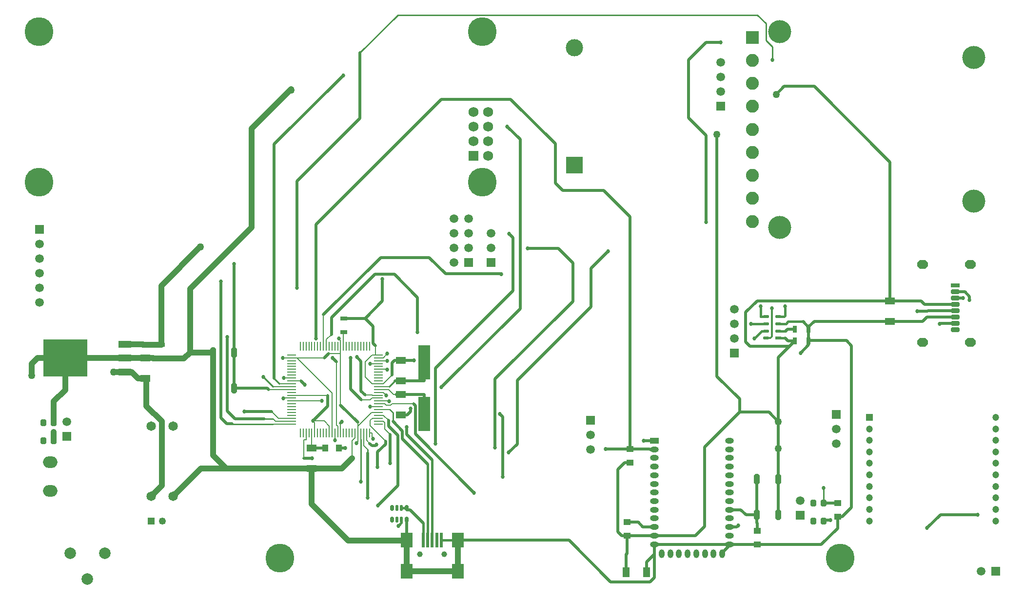
<source format=gtl>
%FSLAX25Y25*%
%MOIN*%
G70*
G01*
G75*
G04 Layer_Physical_Order=1*
G04 Layer_Color=255*
%ADD10R,0.03150X0.04724*%
%ADD11R,0.06693X0.04921*%
G04:AMPARAMS|DCode=12|XSize=70.87mil|YSize=57.09mil|CornerRadius=0mil|HoleSize=0mil|Usage=FLASHONLY|Rotation=180.000|XOffset=0mil|YOffset=0mil|HoleType=Round|Shape=Octagon|*
%AMOCTAGOND12*
4,1,8,-0.03543,0.01427,-0.03543,-0.01427,-0.02116,-0.02854,0.02116,-0.02854,0.03543,-0.01427,0.03543,0.01427,0.02116,0.02854,-0.02116,0.02854,-0.03543,0.01427,0.0*
%
%ADD12OCTAGOND12*%

G04:AMPARAMS|DCode=13|XSize=59.06mil|YSize=31.5mil|CornerRadius=0mil|HoleSize=0mil|Usage=FLASHONLY|Rotation=180.000|XOffset=0mil|YOffset=0mil|HoleType=Round|Shape=Octagon|*
%AMOCTAGOND13*
4,1,8,-0.02953,0.00787,-0.02953,-0.00787,-0.02165,-0.01575,0.02165,-0.01575,0.02953,-0.00787,0.02953,0.00787,0.02165,0.01575,-0.02165,0.01575,-0.02953,0.00787,0.0*
%
%ADD13OCTAGOND13*%

%ADD14R,0.05906X0.03150*%
G04:AMPARAMS|DCode=15|XSize=70.87mil|YSize=43.31mil|CornerRadius=0mil|HoleSize=0mil|Usage=FLASHONLY|Rotation=270.000|XOffset=0mil|YOffset=0mil|HoleType=Round|Shape=Octagon|*
%AMOCTAGOND15*
4,1,8,-0.01083,-0.03543,0.01083,-0.03543,0.02165,-0.02461,0.02165,0.02461,0.01083,0.03543,-0.01083,0.03543,-0.02165,0.02461,-0.02165,-0.02461,-0.01083,-0.03543,0.0*
%
%ADD15OCTAGOND15*%

%ADD16O,0.05906X0.03937*%
%ADD17R,0.05906X0.03937*%
%ADD18O,0.03937X0.05906*%
%ADD19R,0.04921X0.06693*%
%ADD20R,0.05118X0.04134*%
G04:AMPARAMS|DCode=21|XSize=47.24mil|YSize=39.37mil|CornerRadius=0mil|HoleSize=0mil|Usage=FLASHONLY|Rotation=270.000|XOffset=0mil|YOffset=0mil|HoleType=Round|Shape=Octagon|*
%AMOCTAGOND21*
4,1,8,-0.00984,-0.02362,0.00984,-0.02362,0.01969,-0.01378,0.01969,0.01378,0.00984,0.02362,-0.00984,0.02362,-0.01969,0.01378,-0.01969,-0.01378,-0.00984,-0.02362,0.0*
%
%ADD21OCTAGOND21*%

G04:AMPARAMS|DCode=22|XSize=39.37mil|YSize=25.59mil|CornerRadius=0mil|HoleSize=0mil|Usage=FLASHONLY|Rotation=270.000|XOffset=0mil|YOffset=0mil|HoleType=Round|Shape=Octagon|*
%AMOCTAGOND22*
4,1,8,-0.00640,-0.01969,0.00640,-0.01969,0.01280,-0.01329,0.01280,0.01329,0.00640,0.01969,-0.00640,0.01969,-0.01280,0.01329,-0.01280,-0.01329,-0.00640,-0.01969,0.0*
%
%ADD22OCTAGOND22*%

G04:AMPARAMS|DCode=23|XSize=39.37mil|YSize=19.69mil|CornerRadius=0mil|HoleSize=0mil|Usage=FLASHONLY|Rotation=270.000|XOffset=0mil|YOffset=0mil|HoleType=Round|Shape=Octagon|*
%AMOCTAGOND23*
4,1,8,-0.00492,-0.01969,0.00492,-0.01969,0.00984,-0.01476,0.00984,0.01476,0.00492,0.01969,-0.00492,0.01969,-0.00984,0.01476,-0.00984,-0.01476,-0.00492,-0.01969,0.0*
%
%ADD23OCTAGOND23*%

%ADD24R,0.04134X0.05118*%
%ADD25R,0.07874X0.23622*%
%ADD26R,0.09055X0.04685*%
%ADD27R,0.30299X0.25598*%
%ADD28R,0.04724X0.03150*%
%ADD29R,0.01969X0.09843*%
%ADD30R,0.07874X0.09843*%
%ADD31O,0.00984X0.06102*%
%ADD32O,0.06102X0.00984*%
%ADD33O,0.04134X0.02165*%
%ADD34R,0.04134X0.02165*%
%ADD35C,0.02000*%
%ADD36C,0.01000*%
%ADD37C,0.00787*%
%ADD38C,0.03937*%
%ADD39C,0.01732*%
%ADD40C,0.01181*%
%ADD41C,0.01575*%
%ADD42C,0.19685*%
%ADD43R,0.11811X0.11811*%
%ADD44C,0.11811*%
%ADD45R,0.05906X0.05906*%
%ADD46C,0.05906*%
%ADD47R,0.05906X0.05906*%
%ADD48R,0.06890X0.06890*%
%ADD49C,0.06890*%
%ADD50C,0.06496*%
%ADD51C,0.07874*%
%ADD52O,0.09843X0.07874*%
%ADD53R,0.04921X0.04921*%
%ADD54C,0.04921*%
%ADD55R,0.04724X0.04724*%
%ADD56C,0.04724*%
%ADD57C,0.03937*%
%ADD58C,0.08858*%
%ADD59R,0.08858X0.08858*%
%ADD60C,0.15748*%
%ADD61C,0.05000*%
%ADD62C,0.02701*%
D10*
X529331Y168327D02*
D03*
X538780D02*
D03*
X529331Y176327D02*
D03*
X538780D02*
D03*
D11*
X594476Y181563D02*
D03*
Y195539D02*
D03*
X198874Y94988D02*
D03*
Y81012D02*
D03*
X259874Y154988D02*
D03*
Y141012D02*
D03*
Y117512D02*
D03*
Y131488D02*
D03*
X85201Y142512D02*
D03*
Y156488D02*
D03*
D12*
X616559Y220724D02*
D03*
Y167339D02*
D03*
X649236Y220724D02*
D03*
Y167339D02*
D03*
D13*
X639000Y175839D02*
D03*
Y180169D02*
D03*
Y184500D02*
D03*
Y188831D02*
D03*
Y193161D02*
D03*
Y197492D02*
D03*
Y201823D02*
D03*
D14*
Y206154D02*
D03*
D15*
X503433Y49091D02*
D03*
X518000D02*
D03*
X503433Y73500D02*
D03*
X518000D02*
D03*
X146067Y160409D02*
D03*
X131500D02*
D03*
X146067Y136000D02*
D03*
X131500D02*
D03*
D16*
X484787Y29067D02*
D03*
Y34972D02*
D03*
Y40878D02*
D03*
Y46783D02*
D03*
Y52689D02*
D03*
Y58594D02*
D03*
Y64500D02*
D03*
Y70406D02*
D03*
Y76311D02*
D03*
Y82217D02*
D03*
Y88122D02*
D03*
Y94028D02*
D03*
Y99933D02*
D03*
X433213Y29067D02*
D03*
Y34972D02*
D03*
Y40878D02*
D03*
Y46783D02*
D03*
Y52689D02*
D03*
Y58594D02*
D03*
Y64500D02*
D03*
Y70406D02*
D03*
Y76311D02*
D03*
Y82217D02*
D03*
Y88122D02*
D03*
Y94028D02*
D03*
D17*
Y99933D02*
D03*
D18*
X438331Y22571D02*
D03*
X444236D02*
D03*
X450142D02*
D03*
X456047D02*
D03*
X461953D02*
D03*
X467858D02*
D03*
X473764D02*
D03*
X479669D02*
D03*
D19*
X427988Y10000D02*
D03*
X414012D02*
D03*
D20*
X414500Y34874D02*
D03*
Y44126D02*
D03*
X416500Y94126D02*
D03*
Y84874D02*
D03*
X558500Y57126D02*
D03*
Y47874D02*
D03*
X503500Y28874D02*
D03*
Y38126D02*
D03*
D21*
X549043Y57102D02*
D03*
X541957Y44898D02*
D03*
X549043D02*
D03*
X541957Y57102D02*
D03*
X22744Y112102D02*
D03*
X15658Y99898D02*
D03*
X22744D02*
D03*
X15658Y112102D02*
D03*
D22*
X253878Y46008D02*
D03*
X263917D02*
D03*
X253878Y53882D02*
D03*
X263917D02*
D03*
D23*
X257323Y46008D02*
D03*
X260472D02*
D03*
X257323Y53882D02*
D03*
X260472D02*
D03*
D24*
X208248Y95000D02*
D03*
X217500D02*
D03*
D25*
X275874Y118283D02*
D03*
Y153717D02*
D03*
D26*
X71201Y147000D02*
D03*
Y156500D02*
D03*
Y166000D02*
D03*
D27*
X30500Y156500D02*
D03*
D28*
X96201Y165724D02*
D03*
Y156276D02*
D03*
X220874Y174276D02*
D03*
Y183724D02*
D03*
D29*
X287780Y31760D02*
D03*
X284630D02*
D03*
X281480D02*
D03*
X278331D02*
D03*
X275181D02*
D03*
D30*
X299000D02*
D03*
X263961D02*
D03*
X299000Y10500D02*
D03*
X263961D02*
D03*
D31*
X191252Y164626D02*
D03*
X193220D02*
D03*
X195189D02*
D03*
X197157D02*
D03*
X199126D02*
D03*
X201094D02*
D03*
X203063D02*
D03*
X205031D02*
D03*
X207000D02*
D03*
X208968D02*
D03*
X210937D02*
D03*
X212906D02*
D03*
X214874D02*
D03*
X216843D02*
D03*
X218811D02*
D03*
X220780D02*
D03*
X222748D02*
D03*
X224717D02*
D03*
X226685D02*
D03*
X228654D02*
D03*
X230622D02*
D03*
X232591D02*
D03*
X234559D02*
D03*
X236528D02*
D03*
X238496D02*
D03*
Y105374D02*
D03*
X236528D02*
D03*
X234559D02*
D03*
X232591D02*
D03*
X230622D02*
D03*
X228654D02*
D03*
X226685D02*
D03*
X224717D02*
D03*
X222748D02*
D03*
X220780D02*
D03*
X218811D02*
D03*
X216843D02*
D03*
X214874D02*
D03*
X212906D02*
D03*
X210937D02*
D03*
X208968D02*
D03*
X207000D02*
D03*
X205031D02*
D03*
X203063D02*
D03*
X201094D02*
D03*
X199126D02*
D03*
X197157D02*
D03*
X195189D02*
D03*
X193220D02*
D03*
X191252D02*
D03*
D32*
X244500Y158622D02*
D03*
Y156654D02*
D03*
Y154685D02*
D03*
Y152717D02*
D03*
Y150748D02*
D03*
Y148780D02*
D03*
Y146811D02*
D03*
Y144843D02*
D03*
Y142874D02*
D03*
Y140906D02*
D03*
Y138937D02*
D03*
Y136969D02*
D03*
Y135000D02*
D03*
Y133032D02*
D03*
Y131063D02*
D03*
Y129094D02*
D03*
Y127126D02*
D03*
Y125157D02*
D03*
Y123189D02*
D03*
Y121220D02*
D03*
Y119252D02*
D03*
Y117283D02*
D03*
Y115315D02*
D03*
Y113346D02*
D03*
Y111378D02*
D03*
X185248D02*
D03*
Y113346D02*
D03*
Y115315D02*
D03*
Y117283D02*
D03*
Y119252D02*
D03*
Y121220D02*
D03*
Y123189D02*
D03*
Y125157D02*
D03*
Y127126D02*
D03*
Y129094D02*
D03*
Y131063D02*
D03*
Y133032D02*
D03*
Y135000D02*
D03*
Y136969D02*
D03*
Y138937D02*
D03*
Y140906D02*
D03*
Y142874D02*
D03*
Y144843D02*
D03*
Y146811D02*
D03*
Y148780D02*
D03*
Y150748D02*
D03*
Y152717D02*
D03*
Y154685D02*
D03*
Y156654D02*
D03*
Y158622D02*
D03*
D33*
X509535Y184921D02*
D03*
Y180000D02*
D03*
Y175079D02*
D03*
Y170157D02*
D03*
X518000Y184921D02*
D03*
Y180000D02*
D03*
Y175079D02*
D03*
D34*
Y170157D02*
D03*
D35*
X476000Y144000D02*
X491500Y128500D01*
X476000Y144000D02*
Y309500D01*
X491500Y119500D02*
Y128500D01*
X516500Y337000D02*
X522000Y342500D01*
X542500D01*
X594476Y290524D01*
Y195539D02*
Y290524D01*
X232000Y320500D02*
Y365500D01*
X390000Y218000D02*
X401500Y229500D01*
X390000Y191600D02*
Y218000D01*
X339500Y141100D02*
X390000Y191600D01*
X334000Y241500D02*
X336500Y239000D01*
Y202500D02*
Y239000D01*
X283600Y149600D02*
X336500Y202500D01*
X287600Y136500D02*
X341500Y190400D01*
X332600Y314992D02*
X341500Y306092D01*
Y190400D02*
Y306092D01*
X290500Y214100D02*
X328500D01*
X346500Y231500D02*
X367500D01*
X377500Y221500D01*
Y195300D02*
Y221500D01*
X324300Y142100D02*
X377500Y195300D01*
X189000Y204500D02*
Y277500D01*
X259874Y141012D02*
X275874D01*
X263917Y52500D02*
X266181D01*
X549043Y45500D02*
X553500D01*
X538780Y168500D02*
X564500D01*
X538780Y176327D02*
Y177780D01*
X535000Y181500D02*
X538780Y177720D01*
Y176327D02*
Y177720D01*
X168500Y136000D02*
X169500Y135000D01*
X146067Y136000D02*
X168500D01*
X146500Y115000D02*
X166500D01*
X141400Y120100D02*
X146500Y115000D01*
X153000Y120000D02*
X171500D01*
X141000Y111500D02*
X144500D01*
X137000Y115500D02*
X141000Y111500D01*
X137000Y115500D02*
Y208800D01*
X141400Y120100D02*
Y170800D01*
X339500Y97700D02*
Y141100D01*
X333600Y91800D02*
X339500Y97700D01*
X173400Y302900D02*
X220500Y350000D01*
X173400Y142500D02*
Y302900D01*
X542563Y181563D02*
X594476D01*
X538780Y177780D02*
X542563Y181563D01*
X461300Y34972D02*
X467500Y41172D01*
X433213Y34972D02*
X461300D01*
X467500Y95500D02*
X491500Y119500D01*
X467500Y41172D02*
Y95500D01*
X491500Y119500D02*
X511500D01*
X518000Y113000D01*
X525704Y164700D02*
X529331Y168327D01*
X518000Y156996D02*
X525704Y164700D01*
X498600D02*
X525704D01*
X518000Y113000D02*
Y156996D01*
X613000Y188500D02*
X619900D01*
X620200Y188800D01*
X503539Y195539D02*
X594476D01*
X495800Y187800D02*
X503539Y195539D01*
X495800Y167500D02*
Y187800D01*
X538780Y168500D02*
Y176327D01*
Y168327D02*
Y168500D01*
X564500D02*
X568000Y165000D01*
Y54124D02*
Y165000D01*
X561750Y47874D02*
X568000Y54124D01*
X433213Y6213D02*
Y22124D01*
X430400Y3400D02*
X433213Y6213D01*
X403400Y3400D02*
X430400D01*
X210100Y123695D02*
Y131005D01*
X199862Y113457D02*
X210100Y123695D01*
X210042Y131063D02*
X210100Y131005D01*
X256500Y131500D02*
X256512Y131488D01*
X259874D01*
X468626Y372626D02*
X478500D01*
X456500Y360500D02*
X468626Y372626D01*
X456500Y321000D02*
Y360500D01*
Y321000D02*
X468500Y309000D01*
Y249626D02*
Y309000D01*
X549043Y44898D02*
Y45500D01*
X242489Y96500D02*
X243328Y97339D01*
X240200Y96500D02*
X242489D01*
X238700Y98000D02*
X240200Y96500D01*
X189000Y277500D02*
X232000Y320500D01*
X518000Y94500D02*
Y113000D01*
Y73500D02*
Y94500D01*
X433213Y22124D02*
Y29067D01*
X427988Y16900D02*
X433213Y22124D01*
X199000Y94988D02*
X203500D01*
X198874D02*
X199000D01*
X217500Y95000D02*
X221900D01*
X229900Y157200D02*
X232748Y154352D01*
Y133928D02*
Y154352D01*
Y133928D02*
X235506Y131169D01*
X213300Y156700D02*
X216100Y153900D01*
X202100Y170000D02*
Y247800D01*
X287800Y333500D01*
X335100D01*
X365500Y303100D01*
Y276400D02*
Y303100D01*
Y276400D02*
X370500Y271400D01*
X398500D01*
X416500Y253400D01*
Y94126D02*
Y253400D01*
X263917Y38843D02*
X263961Y31760D01*
X375040D02*
X403400Y3400D01*
X299000Y31760D02*
X375040D01*
X205826Y127126D02*
X206000Y127300D01*
X625169Y188831D02*
X639000D01*
X620200Y188800D02*
X625169Y188831D01*
X628531Y180169D02*
X639000D01*
X628362Y180000D02*
X628531Y180169D01*
X628100Y180000D02*
X628362D01*
X191789Y140906D02*
X194294Y138400D01*
X237200Y60800D02*
Y91600D01*
X252550Y84600D02*
Y104350D01*
X283600Y98000D02*
Y149600D01*
X324300Y95400D02*
Y142100D01*
X207000Y186200D02*
X246200Y225400D01*
X279200D01*
X290500Y214100D01*
X193500Y88000D02*
X199300D01*
X269937Y104500D02*
X310137Y64300D01*
X269937Y104500D02*
Y123750D01*
X268529Y125157D02*
X269937Y123750D01*
X327700Y118100D02*
X329700Y116100D01*
Y75300D02*
Y116100D01*
X629000Y49300D02*
X654200D01*
X619800Y40100D02*
X629000Y49300D01*
X263917Y38843D02*
Y46008D01*
X619637Y184500D02*
X639000D01*
X616700Y181563D02*
X619637Y184500D01*
X594476Y181563D02*
X616700D01*
X259874Y154988D02*
X268900D01*
X212500Y172632D02*
Y184100D01*
X242300Y213900D01*
X255500D01*
X271400Y198000D01*
Y174200D02*
Y198000D01*
X648700Y196100D02*
Y198623D01*
X645500Y201823D02*
X648700Y198623D01*
X639000Y201823D02*
X645500D01*
X254527Y113100D02*
X261050Y106577D01*
Y101150D02*
Y106577D01*
Y101150D02*
X278331Y83869D01*
X264050Y104359D02*
X281480Y86929D01*
X264050Y104359D02*
Y109300D01*
X251527Y110073D02*
Y113756D01*
Y110073D02*
X258050Y103550D01*
Y69150D02*
Y103550D01*
X244400Y55500D02*
X258050Y69150D01*
X249550Y97700D02*
Y99650D01*
X244000Y92150D02*
X249550Y97700D01*
X244000Y82000D02*
Y92150D01*
X218811Y111911D02*
X219700Y112800D01*
X263917Y52500D02*
Y53882D01*
X266181Y52500D02*
X275181Y43500D01*
X218811Y124289D02*
X230622Y112478D01*
X225700Y135100D02*
X232900Y127900D01*
X225700Y135100D02*
Y156500D01*
X207700Y156654D02*
X210535Y159488D01*
X639000Y197492D02*
X644300D01*
X275874Y141012D02*
Y153717D01*
X146067Y160409D02*
Y220800D01*
X220874Y183724D02*
X235500D01*
X247400Y195624D01*
Y210500D01*
X495800Y167500D02*
X498600Y164700D01*
X259874Y117512D02*
X264250D01*
X266500Y119762D01*
Y121800D01*
X538780Y165480D02*
Y168327D01*
X533300Y160000D02*
X538780Y165480D01*
X400000Y94126D02*
X416500D01*
X489800Y40878D02*
X490800Y41878D01*
X484787Y40878D02*
X489800D01*
X259874Y131488D02*
X275874D01*
Y118283D02*
Y131488D01*
X558500Y47874D02*
X561750D01*
X503500Y28874D02*
X547374D01*
X558500Y40000D01*
Y47874D01*
X430193Y94028D02*
X433213D01*
X430094Y94126D02*
X430193Y94028D01*
X416500Y94126D02*
X430094D01*
X426100Y99933D02*
X433213D01*
X256000Y141012D02*
X259874D01*
X235500Y183724D02*
X241000Y178224D01*
Y166500D02*
Y178224D01*
Y166500D02*
X242700Y164800D01*
X253900Y145000D02*
Y153100D01*
X255788Y154988D01*
X259874D01*
X220700Y174276D02*
X220874D01*
X413000Y84874D02*
X416500D01*
X408352Y80226D02*
X413000Y84874D01*
X408352Y37500D02*
Y80226D01*
Y37500D02*
X410978Y34874D01*
X414500D01*
X617878Y193161D02*
X639000D01*
X615500Y195539D02*
X617878Y193161D01*
X594476Y195539D02*
X615500D01*
X524531Y168327D02*
X529331D01*
X522700Y170157D02*
X524531Y168327D01*
X414500Y22588D02*
Y34874D01*
X414012Y22100D02*
X414500Y22588D01*
X414012Y10000D02*
Y22100D01*
X423898Y34972D02*
X433213D01*
X423800Y34874D02*
X423898Y34972D01*
X414500Y34874D02*
X423800D01*
X518000Y49091D02*
Y73500D01*
X427988Y10000D02*
Y16900D01*
X433213Y29067D02*
X484787D01*
X494193Y28874D02*
X503500D01*
X494000Y29067D02*
X494193Y28874D01*
X484787Y29067D02*
X494000D01*
X484787Y28318D02*
Y29067D01*
X479669Y23200D02*
X484787Y28318D01*
X479669Y22571D02*
Y23200D01*
X146067Y136000D02*
Y160409D01*
X203512Y95000D02*
X208248D01*
X203500Y94988D02*
X203512Y95000D01*
X524248Y176327D02*
X529331D01*
X523000Y175079D02*
X524248Y176327D01*
X553724Y57126D02*
X558500D01*
X553700Y57102D02*
X553724Y57126D01*
X549043Y57102D02*
X553700D01*
X425448Y40878D02*
X433213D01*
X422200Y44126D02*
X425448Y40878D01*
X414500Y44126D02*
X422200D01*
X503433Y49091D02*
Y73500D01*
X495898Y49091D02*
X503433D01*
X492300Y52689D02*
X495898Y49091D01*
X484787Y52689D02*
X492300D01*
X503433Y43567D02*
Y49091D01*
Y43567D02*
X503500Y43500D01*
Y38126D02*
Y43500D01*
D36*
X257835Y391335D02*
X503665D01*
X232000Y365500D02*
X257835Y391335D01*
X232591Y72000D02*
Y100791D01*
X166000Y143500D02*
X172531Y136969D01*
X166500Y115000D02*
X172500D01*
X144500Y111500D02*
X144622Y111378D01*
X172500D01*
X237200Y91600D02*
Y94000D01*
X503665Y391335D02*
X509500Y385500D01*
Y374000D02*
Y385500D01*
Y374000D02*
X514000Y369500D01*
Y360500D02*
Y369500D01*
X549043Y57102D02*
Y67500D01*
X173400Y142500D02*
X176963Y138937D01*
X252407Y121220D02*
X254527Y119100D01*
Y113100D02*
Y119100D01*
X251957Y136969D02*
X256000Y141012D01*
D37*
X244500Y127126D02*
X252000D01*
X199000Y94988D02*
Y101900D01*
X220700Y170700D02*
Y174276D01*
X242700Y158622D02*
Y164800D01*
X169500Y135000D02*
X185248D01*
X172500Y115000D02*
X174154Y113346D01*
X185248D01*
X176185Y115315D02*
X185248D01*
X171500Y120000D02*
X176185Y115315D01*
X172500Y111378D02*
X185248D01*
X199862Y113457D02*
X207543D01*
X210937Y110063D01*
X199862Y113457D02*
X201094Y112225D01*
Y105374D02*
Y112225D01*
X210937Y105374D02*
Y110063D01*
X247968Y133032D02*
X250000Y131000D01*
X244500Y133032D02*
X247968D01*
X248962Y125157D02*
X249863Y124256D01*
X253137D01*
X254038Y125157D02*
X268529D01*
X253137Y124256D02*
X254038Y125157D01*
X251000Y127000D02*
X252000D01*
X255000Y131500D02*
X256500D01*
X251500Y135000D02*
X255000Y131500D01*
X244500Y135000D02*
X251500D01*
X244500Y125157D02*
X248962D01*
X229500Y98126D02*
X230622Y99248D01*
Y105374D01*
X234559Y96641D02*
Y105374D01*
Y96641D02*
X237200Y94000D01*
X226500Y99963D02*
X228571Y102034D01*
X226500Y87893D02*
Y99963D01*
X228571Y105291D02*
X228654Y105374D01*
X228571Y102034D02*
Y105291D01*
X179154Y156654D02*
X185248D01*
X240200Y102100D02*
X241000Y101300D01*
X240200Y102100D02*
Y105374D01*
X239000Y110200D02*
X249550Y99650D01*
X172531Y136969D02*
X185248D01*
X218335Y159488D02*
X218811Y159965D01*
X188958Y156654D02*
X207700D01*
X188958D02*
X212906Y132706D01*
X230622Y110000D02*
X239874Y119252D01*
X230622Y110000D02*
Y112478D01*
X218811Y124289D02*
Y159965D01*
X242700Y158622D02*
X244500D01*
X240390D02*
X242700D01*
X217500Y170000D02*
X218800Y168700D01*
Y164637D02*
Y168700D01*
Y164637D02*
X218811Y164626D01*
X235506Y131169D02*
X240697D01*
X240803Y131063D01*
X244500D01*
X216843Y105374D02*
Y109819D01*
X216100Y110562D02*
X216843Y109819D01*
X216100Y110562D02*
Y153900D01*
X185248Y127126D02*
X205826D01*
X179900Y142874D02*
X185248D01*
X239100Y152717D02*
X244500D01*
X185248Y140906D02*
X191789D01*
X176963Y138937D02*
X185248D01*
X244500Y113346D02*
X248000D01*
X249134Y112213D01*
Y107767D02*
Y112213D01*
Y107767D02*
X252550Y104350D01*
X236528Y100172D02*
Y105374D01*
Y100172D02*
X238700Y98000D01*
X238496Y105374D02*
X240200D01*
X207000Y164626D02*
Y186200D01*
X195189Y100500D02*
Y105374D01*
X193500Y100500D02*
X195189D01*
X193500Y88000D02*
Y100500D01*
X244500Y154685D02*
X250801D01*
X214874Y100200D02*
Y105374D01*
X240363Y138937D02*
X244500D01*
X235748Y143552D02*
X240363Y138937D01*
X235748Y143552D02*
Y153980D01*
X240390Y158622D01*
X244500Y148780D02*
X250220D01*
X250500Y148500D01*
X208968Y164626D02*
Y169100D01*
X212500Y172632D01*
X244500Y121220D02*
X252407D01*
X239100Y123189D02*
X244500D01*
Y117283D02*
X248000D01*
X251527Y113756D01*
X240500Y115315D02*
X244500D01*
X239000Y113815D02*
X240500Y115315D01*
X239000Y110200D02*
Y113815D01*
X218811Y105374D02*
Y111911D01*
X185248Y131063D02*
X210042D01*
X185248Y156654D02*
X188958D01*
X212906Y105374D02*
Y132706D01*
X240194Y129094D02*
X244500D01*
X239000Y127900D02*
X240194Y129094D01*
X232900Y127900D02*
X239000D01*
X218811Y159965D02*
Y164626D01*
X210535Y159488D02*
X218335D01*
X232591Y100791D02*
Y105374D01*
X230622D02*
Y110000D01*
X239874Y119252D02*
X244500D01*
X179800Y129000D02*
X179894Y129094D01*
X185248D01*
X244500Y136969D02*
X251957D01*
X244500Y138937D02*
X247837D01*
X253900Y145000D01*
X244500Y156654D02*
X247854D01*
X250637Y159437D01*
X220780Y164626D02*
Y170620D01*
X220700Y170700D02*
X220780Y170620D01*
X199126Y102026D02*
Y105374D01*
X199000Y101900D02*
X199126Y102026D01*
D38*
X86100Y123700D02*
Y142512D01*
X224000Y31500D02*
X263961D01*
X158000Y313500D02*
X185000Y340500D01*
X263961Y31500D02*
Y31760D01*
Y10500D02*
Y31500D01*
X198874Y56626D02*
X224000Y31500D01*
X198874Y56626D02*
Y81012D01*
X185000Y340000D02*
Y340500D01*
X158000Y246000D02*
Y313500D01*
X115834Y203834D02*
X158000Y246000D01*
X115834Y160409D02*
Y203834D01*
X219619Y81012D02*
X226500Y87893D01*
X96200Y206000D02*
X122700Y232500D01*
X123000D01*
X11500Y156500D02*
X30500D01*
X7500Y152500D02*
X11500Y156500D01*
X7500Y144500D02*
Y152500D01*
X86100Y123700D02*
X96500Y113300D01*
Y69283D02*
Y113300D01*
X89201Y61984D02*
X96500Y69283D01*
X63500Y147000D02*
X71201D01*
X83776Y165724D02*
X96200D01*
Y206000D01*
X198874Y81012D02*
X219619D01*
X140488D02*
X198874D01*
X123228D02*
X140488D01*
X131500Y90000D02*
X140488Y81012D01*
X22744Y99898D02*
Y106000D01*
X131500Y90000D02*
Y136000D01*
X83500Y166000D02*
X83776Y165724D01*
X71201Y166000D02*
X83500D01*
X96200Y165724D02*
X96201D01*
X263961Y10500D02*
X299000D01*
X104201Y61984D02*
X123228Y81012D01*
X30500Y156500D02*
X71201D01*
X85201Y142512D02*
X86100D01*
X22744Y112102D02*
Y126944D01*
X30500Y134700D01*
Y156500D01*
X299000Y10500D02*
Y31760D01*
X131500Y136000D02*
Y160409D01*
X115834D02*
X131500D01*
X111700Y156276D02*
X115834Y160409D01*
X96201Y156276D02*
X111700D01*
X78112Y156488D02*
X85201D01*
X78100Y156500D02*
X78112Y156488D01*
X71201Y156500D02*
X78100D01*
X90713Y156276D02*
X96201D01*
X90500Y156488D02*
X90713Y156276D01*
X85201Y156488D02*
X90500D01*
X80388Y142512D02*
X85201D01*
X75900Y147000D02*
X80388Y142512D01*
X71201Y147000D02*
X75900D01*
D39*
X524700Y181500D02*
X535000D01*
X523200Y180000D02*
X524700Y181500D01*
X506000Y184921D02*
Y192000D01*
Y184921D02*
X509535D01*
X522500Y185500D02*
Y192000D01*
X521921Y184921D02*
X522500Y185500D01*
X518000Y184921D02*
X521921D01*
X499300Y180000D02*
X509535D01*
X518000D02*
X523200D01*
X517100Y184921D02*
X518000D01*
X501600Y170000D02*
X506679Y175079D01*
X509535D01*
D40*
X513800Y171300D02*
Y190500D01*
X512657Y170157D02*
X513800Y171300D01*
X509535Y170157D02*
X512657D01*
D41*
X278331Y31760D02*
Y83869D01*
X281480Y31760D02*
Y86929D01*
X258200Y41700D02*
X260472Y43972D01*
Y46008D01*
X275181Y31760D02*
Y43500D01*
X518000Y170157D02*
X522700D01*
X287780Y31760D02*
X299000D01*
X518000Y175079D02*
X523000D01*
X260472Y53882D02*
X263917D01*
D42*
X560165Y19685D02*
D03*
X177165D02*
D03*
X12500Y277000D02*
D03*
X315500Y379992D02*
D03*
Y277000D02*
D03*
X12500Y379992D02*
D03*
D43*
X378500Y288500D02*
D03*
D44*
Y368815D02*
D03*
D45*
X557500Y118000D02*
D03*
X321713Y221787D02*
D03*
X533000Y49000D02*
D03*
X306213Y221787D02*
D03*
X13000Y244500D02*
D03*
X31701Y102823D02*
D03*
X478500Y329000D02*
D03*
X389500Y114000D02*
D03*
X488000Y160000D02*
D03*
D46*
X557500Y108000D02*
D03*
Y98000D02*
D03*
X321713Y231787D02*
D03*
Y241787D02*
D03*
X533000Y59000D02*
D03*
X656500Y10500D02*
D03*
X296213Y251787D02*
D03*
X306213D02*
D03*
X296213Y241787D02*
D03*
X306213D02*
D03*
X296213Y231787D02*
D03*
X306213D02*
D03*
X296213Y221787D02*
D03*
X13000Y194500D02*
D03*
Y204500D02*
D03*
Y214500D02*
D03*
Y224500D02*
D03*
Y234500D02*
D03*
X31701Y112823D02*
D03*
X478500Y359000D02*
D03*
Y349000D02*
D03*
Y339000D02*
D03*
X389500Y104000D02*
D03*
Y94000D02*
D03*
X488000Y190000D02*
D03*
Y180000D02*
D03*
Y170000D02*
D03*
D47*
X666500Y10500D02*
D03*
D48*
X309508Y294992D02*
D03*
D49*
X319508D02*
D03*
X309508Y304992D02*
D03*
X319508D02*
D03*
Y324992D02*
D03*
X309508D02*
D03*
X319508Y314992D02*
D03*
X309508D02*
D03*
D50*
X89201Y110016D02*
D03*
Y61984D02*
D03*
X104201D02*
D03*
Y110016D02*
D03*
D51*
X45791Y5283D02*
D03*
X57602Y23000D02*
D03*
X33980D02*
D03*
D52*
X20201Y65657D02*
D03*
Y85343D02*
D03*
D53*
X89264Y45000D02*
D03*
D54*
X97138D02*
D03*
D55*
X580193Y115933D02*
D03*
D56*
Y108059D02*
D03*
Y100185D02*
D03*
Y92311D02*
D03*
Y84437D02*
D03*
Y76563D02*
D03*
Y68689D02*
D03*
Y60815D02*
D03*
Y52941D02*
D03*
Y45067D02*
D03*
X666807Y115933D02*
D03*
Y108059D02*
D03*
Y100185D02*
D03*
Y92311D02*
D03*
Y84437D02*
D03*
Y76563D02*
D03*
Y68689D02*
D03*
Y60815D02*
D03*
Y52941D02*
D03*
Y45067D02*
D03*
D57*
X289787Y22114D02*
D03*
X272819D02*
D03*
D58*
X500213Y250008D02*
D03*
Y265756D02*
D03*
Y281504D02*
D03*
Y297252D02*
D03*
Y313000D02*
D03*
Y328748D02*
D03*
Y344496D02*
D03*
Y360244D02*
D03*
D59*
Y375992D02*
D03*
D60*
X651787Y362213D02*
D03*
Y263787D02*
D03*
X518913Y379929D02*
D03*
Y246071D02*
D03*
D61*
X476000Y309500D02*
D03*
X518000Y113000D02*
D03*
Y94500D02*
D03*
X516500Y337000D02*
D03*
X63500Y147000D02*
D03*
X185000Y340000D02*
D03*
X123000Y232500D02*
D03*
X7500Y144500D02*
D03*
D62*
X401500Y229500D02*
D03*
X334000Y241500D02*
D03*
X328500Y214000D02*
D03*
X346500Y231500D02*
D03*
X153000Y120000D02*
D03*
X613000Y188500D02*
D03*
X513800Y190500D02*
D03*
X522500Y192000D02*
D03*
X506000D02*
D03*
X252000Y127000D02*
D03*
X250000Y131000D02*
D03*
X229500Y98126D02*
D03*
X179154Y156654D02*
D03*
X468500Y249626D02*
D03*
X478500Y372626D02*
D03*
X553500Y45500D02*
D03*
X243328Y97339D02*
D03*
X241000Y101300D02*
D03*
X166043Y143500D02*
D03*
X189043Y204500D02*
D03*
X514000Y360500D02*
D03*
X549043Y67500D02*
D03*
X217500Y170000D02*
D03*
X221900Y95000D02*
D03*
X229900Y157200D02*
D03*
X213300Y156700D02*
D03*
X202100Y170000D02*
D03*
X199862Y113457D02*
D03*
X206000Y127300D02*
D03*
X287600Y136500D02*
D03*
X332600Y314992D02*
D03*
X22744Y106000D02*
D03*
X179900Y142874D02*
D03*
X628362Y180000D02*
D03*
X499300D02*
D03*
X239100Y152717D02*
D03*
X194294Y138400D02*
D03*
X220500Y350000D02*
D03*
X237200Y60800D02*
D03*
X252550Y84600D02*
D03*
X283600Y98000D02*
D03*
X324300Y95400D02*
D03*
X199300Y88000D02*
D03*
X333600Y91800D02*
D03*
X250801Y154685D02*
D03*
X310137Y64300D02*
D03*
X327700Y118100D02*
D03*
X329700Y75300D02*
D03*
X654200Y49300D02*
D03*
X619800Y40100D02*
D03*
X214874Y100200D02*
D03*
X268900Y154988D02*
D03*
X250500Y148500D02*
D03*
X271400Y174200D02*
D03*
X648700Y196100D02*
D03*
X264050Y109300D02*
D03*
X239100Y123189D02*
D03*
X244400Y55500D02*
D03*
X258200Y41700D02*
D03*
X244000Y82000D02*
D03*
X219700Y112800D02*
D03*
X225700Y156500D02*
D03*
X644300Y197492D02*
D03*
X232700Y72000D02*
D03*
X501600Y170000D02*
D03*
X146067Y220800D02*
D03*
X247400Y210500D02*
D03*
X266500Y121800D02*
D03*
X137000Y208800D02*
D03*
X141400Y170800D02*
D03*
X179800Y129000D02*
D03*
X533300Y160000D02*
D03*
X400000Y94126D02*
D03*
X490800Y41878D02*
D03*
X426100Y99933D02*
D03*
X250637Y159437D02*
D03*
M02*

</source>
